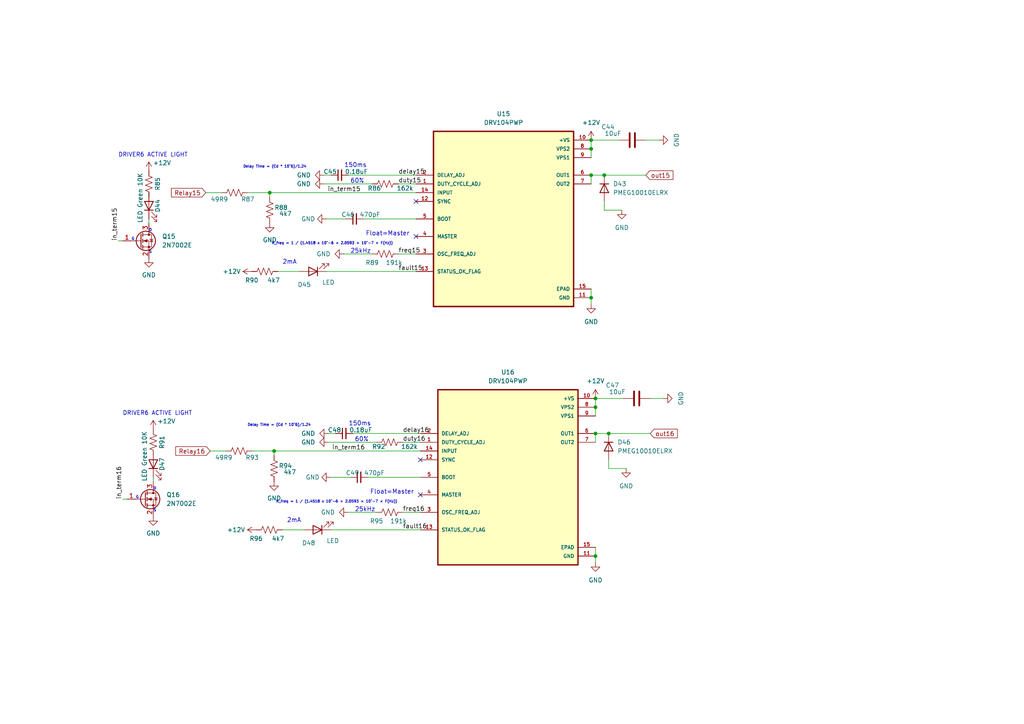
<source format=kicad_sch>
(kicad_sch (version 20231120) (generator "eeschema") (generator_version "8.0")
  (paper "A4")
  (title_block (title "16 Channel PWM Solenoid Driver - USB") (date "2024-06-12") (rev "3"))
  (lib_symbols
    (symbol "DRV104PWP:DRV104PWP" (pin_names (offset 1.016))
      (property "Reference" "U" (at -20.32 26.4 0))
      (property "Value" "DRV104PWP" (at -20.32 -29.4 0))
      (symbol "DRV104PWP_0_0"
        (rectangle (start -20.32 -25.4) (end 20.32 25.4) (stroke (width 0.41)) (fill (type background)))
        (pin input line (at -25.4 10.16 0) (length 5.08) (name "DUTY_CYCLE_ADJ") (number "1"))
        (pin power_in line (at 25.4 22.86 180) (length 5.08) (name "+VS") (number "10"))
        (pin power_in line (at 25.4 -22.86 180) (length 5.08) (name "GND") (number "11"))
        (pin input line (at -25.4 5.08 0) (length 5.08) (name "SYNC") (number "12"))
        (pin bidirectional line (at -25.4 -15.24 0) (length 5.08) (name "STATUS_OK_FLAG") (number "13"))
        (pin input line (at -25.4 7.62 0) (length 5.08) (name "INPUT") (number "14"))
        (pin power_in line (at 25.4 -20.32 180) (length 5.08) (name "EPAD") (number "15"))
        (pin input line (at -25.4 12.7 0) (length 5.08) (name "DELAY_ADJ") (number "2"))
        (pin bidirectional line (at -25.4 -10.16 0) (length 5.08) (name "OSC_FREQ_ADJ") (number "3"))
        (pin bidirectional line (at -25.4 -5.08 0) (length 5.08) (name "MASTER") (number "4"))
        (pin bidirectional line (at -25.4 0 0) (length 5.08) (name "BOOT") (number "5"))
        (pin output line (at 25.4 12.7 180) (length 5.08) (name "OUT1") (number "6"))
        (pin output line (at 25.4 10.16 180) (length 5.08) (name "OUT2") (number "7"))
        (pin power_in line (at 25.4 20.32 180) (length 5.08) (name "VPS2") (number "8"))
        (pin power_in line (at 25.4 17.78 180) (length 5.08) (name "VPS1") (number "9"))
      )
    )
    (symbol "Device:C" (pin_numbers hide) (pin_names (offset 0.254))
      (property "Reference" "C" (at 0.635 2.54 0))
      (property "Value" "C" (at 0.635 -2.54 0))
      (symbol "C_0_1"
        (polyline (pts (xy -2.032 -0.762) (xy 2.032 -0.762)) (stroke (width 0.508)))
        (polyline (pts (xy -2.032 0.762) (xy 2.032 0.762)) (stroke (width 0.508)))
      )
      (symbol "C_1_1"
        (pin passive line (at 0 3.81 270) (length 2.794) (name "~") (number "1"))
        (pin passive line (at 0 -3.81 90) (length 2.794) (name "~") (number "2"))
      )
    )
    (symbol "Device:C_Small" (pin_numbers hide) (pin_names (offset 0.254) hide)
      (property "Reference" "C" (at 0.254 1.778 0))
      (property "Value" "C_Small" (at 0.254 -2.032 0))
      (symbol "C_Small_0_1"
        (polyline (pts (xy -1.524 -0.508) (xy 1.524 -0.508)) (stroke (width 0.3302)))
        (polyline (pts (xy -1.524 0.508) (xy 1.524 0.508)) (stroke (width 0.3048)))
      )
      (symbol "C_Small_1_1"
        (pin passive line (at 0 2.54 270) (length 2.032) (name "~") (number "1"))
        (pin passive line (at 0 -2.54 90) (length 2.032) (name "~") (number "2"))
      )
    )
    (symbol "Device:D" (pin_numbers hide) (pin_names (offset 1.016) hide)
      (property "Reference" "D" (at 0 2.54 0))
      (property "Value" "D" (at 0 -2.54 0))
      (symbol "D_0_1"
        (polyline (pts (xy -1.27 1.27) (xy -1.27 -1.27)) (stroke (width 0.254)))
        (polyline (pts (xy 1.27 0) (xy -1.27 0)))
        (polyline (pts (xy 1.27 1.27) (xy 1.27 -1.27) (xy -1.27 0) (xy 1.27 1.27)) (stroke (width 0.254)))
      )
      (symbol "D_1_1"
        (pin passive line (at -3.81 0 0) (length 2.54) (name "K") (number "1"))
        (pin passive line (at 3.81 0 180) (length 2.54) (name "A") (number "2"))
      )
    )
    (symbol "Device:LED" (pin_numbers hide) (pin_names (offset 1.016) hide)
      (property "Reference" "D" (at 0 2.54 0))
      (property "Value" "LED" (at 0 -2.54 0))
      (symbol "LED_0_1"
        (polyline (pts (xy -1.27 -1.27) (xy -1.27 1.27)) (stroke (width 0.254)))
        (polyline (pts (xy -1.27 0) (xy 1.27 0)))
        (polyline (pts (xy 1.27 -1.27) (xy 1.27 1.27) (xy -1.27 0) (xy 1.27 -1.27)) (stroke (width 0.254)))
        (polyline (pts (xy -3.048 -0.762) (xy -4.572 -2.286) (xy -3.81 -2.286) (xy -4.572 -2.286) (xy -4.572 -1.524)))
        (polyline (pts (xy -1.778 -0.762) (xy -3.302 -2.286) (xy -2.54 -2.286) (xy -3.302 -2.286) (xy -3.302 -1.524)))
      )
      (symbol "LED_1_1"
        (pin passive line (at -3.81 0 0) (length 2.54) (name "K") (number "1"))
        (pin passive line (at 3.81 0 180) (length 2.54) (name "A") (number "2"))
      )
    )
    (symbol "Device:R_US" (pin_numbers hide) (pin_names (offset 0))
      (property "Reference" "R" (at 2.54 0 90))
      (property "Value" "R_US" (at -2.54 0 90))
      (symbol "R_US_0_1"
        (polyline (pts (xy 0 -2.286) (xy 0 -2.54)))
        (polyline (pts (xy 0 2.286) (xy 0 2.54)))
        (polyline (pts (xy 0 -0.762) (xy 1.016 -1.143) (xy 0 -1.524) (xy -1.016 -1.905) (xy 0 -2.286)))
        (polyline (pts (xy 0 0.762) (xy 1.016 0.381) (xy 0 0) (xy -1.016 -0.381) (xy 0 -0.762)))
        (polyline (pts (xy 0 2.286) (xy 1.016 1.905) (xy 0 1.524) (xy -1.016 1.143) (xy 0 0.762)))
      )
      (symbol "R_US_1_1"
        (pin passive line (at 0 3.81 270) (length 1.27) (name "~") (number "1"))
        (pin passive line (at 0 -3.81 90) (length 1.27) (name "~") (number "2"))
      )
    )
    (symbol "Transistor_FET:2N7002E" (pin_names hide)
      (property "Reference" "Q" (at 5.08 1.905 0))
      (property "Value" "2N7002E" (at 5.08 0 0))
      (symbol "2N7002E_0_1"
        (polyline (pts (xy 0.254 0) (xy -2.54 0)))
        (polyline (pts (xy 0.254 1.905) (xy 0.254 -1.905)) (stroke (width 0.254)))
        (polyline (pts (xy 0.762 -1.27) (xy 0.762 -2.286)) (stroke (width 0.254)))
        (polyline (pts (xy 0.762 0.508) (xy 0.762 -0.508)) (stroke (width 0.254)))
        (polyline (pts (xy 0.762 2.286) (xy 0.762 1.27)) (stroke (width 0.254)))
        (polyline (pts (xy 2.54 2.54) (xy 2.54 1.778)))
        (polyline (pts (xy 2.54 -2.54) (xy 2.54 0) (xy 0.762 0)))
        (polyline (pts (xy 0.762 -1.778) (xy 3.302 -1.778) (xy 3.302 1.778) (xy 0.762 1.778)))
        (polyline (pts (xy 1.016 0) (xy 2.032 0.381) (xy 2.032 -0.381) (xy 1.016 0)) (fill (type outline)))
        (polyline (pts (xy 2.794 0.508) (xy 2.921 0.381) (xy 3.683 0.381) (xy 3.81 0.254)))
        (polyline (pts (xy 3.302 0.381) (xy 2.921 -0.254) (xy 3.683 -0.254) (xy 3.302 0.381)))
        (circle (center 1.651 0) (radius 2.794) (stroke (width 0.254)))
        (circle (center 2.54 -1.778) (radius 0.254) (fill (type outline)))
        (circle (center 2.54 1.778) (radius 0.254) (fill (type outline)))
      )
      (symbol "2N7002E_1_1"
        (pin input line (at -5.08 0 0) (length 2.54) (name "G") (number "1"))
        (pin passive line (at 2.54 -5.08 90) (length 2.54) (name "S") (number "2"))
        (pin passive line (at 2.54 5.08 270) (length 2.54) (name "D") (number "3"))
      )
    )
    (symbol "power:+12V" (power) (pin_names (offset 0))
      (property "Value" "+12V" (at 0 3.556 0))
      (symbol "+12V_0_1"
        (polyline (pts (xy -0.762 1.27) (xy 0 2.54)))
        (polyline (pts (xy 0 0) (xy 0 2.54)))
        (polyline (pts (xy 0 2.54) (xy 0.762 1.27)))
      )
      (symbol "+12V_1_1"
        (pin power_in line (at 0 0 90) (length 0) hide (name "+12V") (number "1"))
      )
    )
    (symbol "power:GND" (power) (pin_names (offset 0))
      (property "Value" "GND" (at 0 -3.81 0))
      (symbol "GND_0_1"
        (polyline (pts (xy 0 0) (xy 0 -1.27) (xy 1.27 -1.27) (xy 0 -2.54) (xy -1.27 -1.27) (xy 0 -1.27)))
      )
      (symbol "GND_1_1"
        (pin power_in line (at 0 0 270) (length 0) hide (name "GND") (number "1"))
      )
    )
  )
  (junction (at 172.72 115.57))
  (junction (at 171.45 43.18))
  (junction (at 171.45 40.64))
  (junction (at 78.232 55.88))
  (junction (at 172.72 125.73))
  (junction (at 172.72 161.29))
  (junction (at 171.45 50.8))
  (junction (at 176.53 125.73))
  (junction (at 79.502 130.81))
  (junction (at 175.26 50.8))
  (junction (at 172.72 118.11))
  (junction (at 171.45 86.36))
  (no_connect (at 120.65 68.58))
  (no_connect (at 121.92 143.51))
  (no_connect (at 120.65 58.42))
  (no_connect (at 121.92 133.35))
  (wire (pts (xy 60.96 130.81) (xy 65.532 130.81)))
  (wire (pts (xy 59.69 55.88) (xy 64.262 55.88)))
  (wire (pts (xy 172.72 125.73) (xy 172.72 128.27)))
  (wire (pts (xy 171.45 50.8) (xy 171.45 53.34)))
  (wire (pts (xy 79.502 130.81) (xy 79.502 132.08)))
  (wire (pts (xy 44.45 138.43) (xy 44.45 139.7)))
  (wire (pts (xy 172.72 125.73) (xy 176.53 125.73)))
  (wire (pts (xy 171.45 50.8) (xy 175.26 50.8)))
  (wire (pts (xy 78.232 55.88) (xy 120.65 55.88)))
  (wire (pts (xy 115.57 53.34) (xy 120.65 53.34)))
  (wire (pts (xy 71.882 55.88) (xy 78.232 55.88)))
  (wire (pts (xy 176.53 135.89) (xy 176.53 133.35)))
  (wire (pts (xy 179.578 40.64) (xy 171.45 40.64)))
  (wire (pts (xy 96.012 50.8) (xy 93.98 50.8)))
  (wire (pts (xy 106.68 138.43) (xy 121.92 138.43)))
  (wire (pts (xy 102.362 125.73) (xy 121.92 125.73)))
  (wire (pts (xy 171.45 83.82) (xy 171.45 86.36)))
  (wire (pts (xy 172.72 115.57) (xy 172.72 118.11)))
  (wire (pts (xy 99.695 73.66) (xy 107.95 73.66)))
  (wire (pts (xy 181.61 135.89) (xy 176.53 135.89)))
  (wire (pts (xy 94.615 78.74) (xy 120.65 78.74)))
  (wire (pts (xy 116.84 128.27) (xy 121.92 128.27)))
  (wire (pts (xy 73.152 130.81) (xy 79.502 130.81)))
  (wire (pts (xy 100.965 148.59) (xy 109.22 148.59)))
  (wire (pts (xy 172.72 161.29) (xy 172.72 163.195)))
  (wire (pts (xy 35.56 144.78) (xy 36.83 144.78)))
  (wire (pts (xy 171.45 43.18) (xy 171.45 45.72)))
  (wire (pts (xy 43.18 63.5) (xy 43.18 64.77)))
  (wire (pts (xy 93.98 53.34) (xy 107.95 53.34)))
  (wire (pts (xy 105.41 63.5) (xy 120.65 63.5)))
  (wire (pts (xy 172.72 118.11) (xy 172.72 120.65)))
  (wire (pts (xy 101.6 138.43) (xy 95.885 138.43)))
  (wire (pts (xy 188.468 115.57) (xy 192.405 115.57)))
  (wire (pts (xy 100.33 63.5) (xy 94.615 63.5)))
  (wire (pts (xy 34.29 69.85) (xy 35.56 69.85)))
  (wire (pts (xy 79.502 130.81) (xy 121.92 130.81)))
  (wire (pts (xy 81.915 153.67) (xy 88.265 153.67)))
  (wire (pts (xy 171.45 86.36) (xy 171.45 88.265)))
  (wire (pts (xy 171.45 40.64) (xy 171.45 43.18)))
  (wire (pts (xy 101.092 50.8) (xy 120.65 50.8)))
  (wire (pts (xy 43.18 57.15) (xy 43.18 55.88)))
  (wire (pts (xy 175.26 60.96) (xy 175.26 58.42)))
  (wire (pts (xy 80.645 78.74) (xy 86.995 78.74)))
  (wire (pts (xy 116.84 148.59) (xy 121.92 148.59)))
  (wire (pts (xy 176.53 125.73) (xy 188.595 125.73)))
  (wire (pts (xy 175.26 50.8) (xy 187.325 50.8)))
  (wire (pts (xy 97.282 125.73) (xy 95.25 125.73)))
  (wire (pts (xy 115.57 73.66) (xy 120.65 73.66)))
  (wire (pts (xy 180.34 60.96) (xy 175.26 60.96)))
  (wire (pts (xy 180.848 115.57) (xy 172.72 115.57)))
  (wire (pts (xy 95.25 128.27) (xy 109.22 128.27)))
  (wire (pts (xy 187.198 40.64) (xy 191.135 40.64)))
  (wire (pts (xy 95.885 153.67) (xy 121.92 153.67)))
  (wire (pts (xy 172.72 158.75) (xy 172.72 161.29)))
  (wire (pts (xy 44.45 132.08) (xy 44.45 130.81)))
  (wire (pts (xy 78.232 55.88) (xy 78.232 57.15)))
  (text "R_freq = 1 / (1.4518 x 10^−6 + 2.0593 × 10^−7 × F(Hz))" (at 80.01 146.05 0) (effects (font (size 0.75 0.75)) (justify left bottom)))
  (text "60%" (at 102.87 128.27 0) (effects (font (size 1.27 1.27)) (justify left bottom)))
  (text "DRIVER6 ACTIVE LIGHT" (at 34.29 45.72 0) (effects (font (size 1.2 1.2)) (justify left bottom)))
  (text "G" (at 38.1 69.85 0) (effects (font (size 0.75 0.75)) (justify left bottom)))
  (text "DRIVER6 ACTIVE LIGHT" (at 35.56 120.65 0) (effects (font (size 1.2 1.2)) (justify left bottom)))
  (text "Delay Time = (Cd * 10^6)/1.24" (at 71.755 123.825 0) (effects (font (size 0.75 0.75)) (justify left bottom)))
  (text "150ms" (at 101.092 123.698 0) (effects (font (size 1.27 1.27)) (justify left bottom)))
  (text "Float=Master" (at 107.315 143.51 0) (effects (font (size 1.27 1.27)) (justify left bottom)))
  (text "R_freq = 1 / (1.4518 x 10^−6 + 2.0593 × 10^−7 × F(Hz))" (at 78.74 71.12 0) (effects (font (size 0.75 0.75)) (justify left bottom)))
  (text "Delay Time = (Cd * 10^6)/1.24" (at 70.485 48.895 0) (effects (font (size 0.75 0.75)) (justify left bottom)))
  (text "D" (at 44.45 142.24 0) (effects (font (size 0.75 0.75)) (justify left bottom)))
  (text "60%" (at 101.6 53.34 0) (effects (font (size 1.27 1.27)) (justify left bottom)))
  (text "S" (at 44.45 148.59 0) (effects (font (size 0.75 0.75)) (justify left bottom)))
  (text "G" (at 39.37 144.78 0) (effects (font (size 0.75 0.75)) (justify left bottom)))
  (text "25kHz" (at 101.6 73.66 0) (effects (font (size 1.27 1.27)) (justify left bottom)))
  (text "25kHz" (at 102.87 148.59 0) (effects (font (size 1.27 1.27)) (justify left bottom)))
  (text "S" (at 43.18 73.66 0) (effects (font (size 0.75 0.75)) (justify left bottom)))
  (text "2mA" (at 81.915 76.835 0) (effects (font (size 1.27 1.27)) (justify left bottom)))
  (text "150ms" (at 99.822 48.768 0) (effects (font (size 1.27 1.27)) (justify left bottom)))
  (text "Float=Master" (at 106.045 68.58 0) (effects (font (size 1.27 1.27)) (justify left bottom)))
  (text "D" (at 43.18 67.31 0) (effects (font (size 0.75 0.75)) (justify left bottom)))
  (text "2mA" (at 83.185 151.765 0) (effects (font (size 1.27 1.27)) (justify left bottom)))
  (label "duty15" (at 115.57 53.34 0))
  (label "fault16" (at 116.84 153.67 0))
  (label "delay16" (at 116.84 125.73 0))
  (label "freq16" (at 116.84 148.59 0))
  (label "in_term16" (at 96.266 130.81 0))
  (label "delay15" (at 115.57 50.8 0))
  (label "in_term16" (at 35.56 144.78 90))
  (label "freq15" (at 115.57 73.66 0))
  (label "fault15" (at 115.57 78.74 0))
  (label "duty16" (at 116.84 128.27 0))
  (label "in_term15" (at 94.996 55.88 0))
  (label "in_term15" (at 34.29 69.85 90))
  (global_label "out15" (shape input) (at 187.325 50.8 0) (property "Intersheetrefs" "${INTERSHEET_REFS}" (effects (hide yes))))
  (global_label "Relay16" (shape input) (at 60.96 130.81 180) (property "Intersheetrefs" "${INTERSHEET_REFS}" (effects (hide yes))))
  (global_label "Relay15" (shape input) (at 59.69 55.88 180) (property "Intersheetrefs" "${INTERSHEET_REFS}" (effects (hide yes))))
  (global_label "out16" (shape input) (at 188.595 125.73 0) (property "Intersheetrefs" "${INTERSHEET_REFS}" (effects (hide yes))))
  (symbol (lib_id "power:GND") (at 172.72 163.195 0) (unit 1)
    (property "Reference" "#PWR0195" (effects (hide yes)))
    (property "Value" "GND" (at 172.72 168.275 0))
  )
  (symbol (lib_id "power:GND") (at 93.98 50.8 270) (unit 1)
    (property "Reference" "#PWR0175" (effects (hide yes)))
    (property "Value" "GND" (at 90.17 50.8 90) (effects (justify right)))
  )
  (symbol (lib_id "power:GND") (at 95.885 138.43 270) (unit 1)
    (property "Reference" "#PWR0190" (effects (hide yes)))
    (property "Value" "GND" (at 92.71 138.43 90) (effects (justify right)))
  )
  (symbol (lib_id "Device:R_US") (at 68.072 55.88 90) (unit 1)
    (property "Reference" "R87" (at 71.882 57.785 90))
    (property "Value" "49R9" (at 63.627 57.785 90))
    (property "Footprint" "Resistor_SMD:R_1206_3216Metric" (effects (hide yes)))
    (property "PartNum" "RC0805FR-0749R9L" (effects (hide yes)))
    (property "Mfg" "Yageo" (effects (hide yes)))
  )
  (symbol (lib_id "Device:R_US") (at 79.502 135.89 180) (unit 1)
    (property "Reference" "R94" (at 82.804 135.128 0))
    (property "Value" "4k7" (at 84.074 136.906 0))
    (property "Footprint" "Resistor_SMD:R_1206_3216Metric" (effects (hide yes)))
    (property "PartNum" "RC0805JR-074K7L" (effects (hide yes)))
    (property "Mfg" "Yageo" (effects (hide yes)))
  )
  (symbol (lib_id "Device:R_US") (at 78.232 60.96 180) (unit 1)
    (property "Reference" "R88" (at 81.534 60.198 0))
    (property "Value" "4k7" (at 82.804 61.976 0))
    (property "Footprint" "Resistor_SMD:R_1206_3216Metric" (effects (hide yes)))
    (property "PartNum" "RC0805JR-074K7L" (effects (hide yes)))
    (property "Mfg" "Yageo" (effects (hide yes)))
  )
  (symbol (lib_id "DRV104PWP:DRV104PWP") (at 147.32 138.43 0) (unit 1)
    (property "Reference" "U16" (at 147.32 107.95 0))
    (property "Value" "DRV104PWP" (at 147.32 110.49 0))
    (property "Footprint" "Solenoid_Driver:IC_TPS27S100BPWPR" (effects (hide yes)))
    (property "PartNum" "DRV104PWP" (effects (hide yes)))
    (property "Mfg" "TI" (effects (hide yes)))
  )
  (symbol (lib_id "DRV104PWP:DRV104PWP") (at 146.05 63.5 0) (unit 1)
    (property "Reference" "U15" (at 146.05 33.02 0))
    (property "Value" "DRV104PWP" (at 146.05 35.56 0))
    (property "Footprint" "Solenoid_Driver:IC_TPS27S100BPWPR" (effects (hide yes)))
    (property "PartNum" "DRV104PWP" (effects (hide yes)))
    (property "Mfg" "TI" (effects (hide yes)))
  )
  (symbol (lib_id "power:GND") (at 44.45 149.86 0) (unit 1)
    (property "Reference" "#PWR0193" (effects (hide yes)))
    (property "Value" "GND" (at 44.45 154.686 0))
  )
  (symbol (lib_id "power:GND") (at 100.965 148.59 270) (unit 1)
    (property "Reference" "#PWR0192" (effects (hide yes)))
    (property "Value" "GND" (at 97.155 148.59 90) (effects (justify right)))
  )
  (symbol (lib_id "power:GND") (at 93.98 53.34 270) (unit 1)
    (property "Reference" "#PWR0176" (effects (hide yes)))
    (property "Value" "GND" (at 90.17 53.34 90) (effects (justify right)))
  )
  (symbol (lib_id "Device:R_US") (at 44.45 128.27 0) (unit 1)
    (property "Reference" "R91" (at 46.99 128.27 90))
    (property "Value" "10K" (at 41.91 127 90))
    (property "Footprint" "Resistor_SMD:R_1206_3216Metric" (effects (hide yes)))
    (property "PartNum" "RC0805FR-07162KL" (effects (hide yes)))
    (property "Mfg" "Yageo" (effects (hide yes)))
  )
  (symbol (lib_id "Device:R_US") (at 113.03 148.59 90) (unit 1)
    (property "Reference" "R95" (at 109.22 151.13 90))
    (property "Value" "191k" (at 115.57 151.13 90))
    (property "Footprint" "Resistor_SMD:R_1206_3216Metric" (effects (hide yes)))
    (property "PartNum" "RC0805FR-07191KL" (effects (hide yes)))
    (property "Mfg" "Yageo" (effects (hide yes)))
  )
  (symbol (lib_id "power:+12V") (at 172.72 115.57 0) (unit 1)
    (property "Reference" "#PWR0184" (effects (hide yes)))
    (property "Value" "+12V" (at 172.72 110.49 0))
  )
  (symbol (lib_id "power:GND") (at 180.34 60.96 0) (unit 1)
    (property "Reference" "#PWR0177" (effects (hide yes)))
    (property "Value" "GND" (at 180.34 66.04 0))
  )
  (symbol (lib_id "power:GND") (at 95.25 128.27 270) (unit 1)
    (property "Reference" "#PWR0188" (effects (hide yes)))
    (property "Value" "GND" (at 91.44 128.27 90) (effects (justify right)))
  )
  (symbol (lib_id "Device:LED") (at 92.075 153.67 180) (unit 1)
    (property "Reference" "D48" (at 89.535 157.48 0))
    (property "Value" "LED" (at 96.52 156.845 0))
    (property "Footprint" "LED_SMD:LED_0805_2012Metric" (effects (hide yes)))
    (property "PartNum" "150080RS75000" (effects (hide yes)))
    (property "Mfg" "Wurth" (effects (hide yes)))
  )
  (symbol (lib_id "power:GND") (at 94.615 63.5 270) (unit 1)
    (property "Reference" "#PWR0178" (effects (hide yes)))
    (property "Value" "GND" (at 91.44 63.5 90) (effects (justify right)))
  )
  (symbol (lib_id "Transistor_FET:2N7002E") (at 41.91 144.78 0) (unit 1)
    (property "Reference" "Q16" (at 48.26 143.5099 0) (effects (justify left)))
    (property "Value" "2N7002E" (at 48.26 146.0499 0) (effects (justify left)))
    (property "Footprint" "Package_TO_SOT_SMD:SOT-23" (effects (hide yes)))
    (property "Datasheet" "http://www.diodes.com/assets/Datasheets/ds30376.pdf" (effects (hide yes)))
  )
  (symbol (lib_id "Device:R_US") (at 111.76 73.66 90) (unit 1)
    (property "Reference" "R89" (at 107.95 76.2 90))
    (property "Value" "191k" (at 114.3 76.2 90))
    (property "Footprint" "Resistor_SMD:R_1206_3216Metric" (effects (hide yes)))
    (property "PartNum" "RC0805FR-07191KL" (effects (hide yes)))
    (property "Mfg" "Yageo" (effects (hide yes)))
  )
  (symbol (lib_id "power:+12V") (at 43.18 49.53 0) (unit 1)
    (property "Reference" "#PWR0174" (effects (hide yes)))
    (property "Value" "+12V" (at 46.99 47.244 0))
  )
  (symbol (lib_id "Device:C_Small") (at 99.822 125.73 90) (unit 1)
    (property "Reference" "C48" (at 97.028 124.714 90))
    (property "Value" "0.18uF" (at 104.648 124.714 90))
    (property "Footprint" "Capacitor_SMD:C_1206_3216Metric" (effects (hide yes)))
    (property "PartNum" "08053C184KAT2A" (effects (hide yes)))
    (property "Mfg" "KYOCERA AVX" (effects (hide yes)))
  )
  (symbol (lib_id "Device:C_Small") (at 98.552 50.8 90) (unit 1)
    (property "Reference" "C45" (at 95.758 49.784 90))
    (property "Value" "0.18uF" (at 103.378 49.784 90))
    (property "Footprint" "Capacitor_SMD:C_1206_3216Metric" (effects (hide yes)))
    (property "PartNum" "08053C184KAT2A" (effects (hide yes)))
    (property "Mfg" "KYOCERA AVX" (effects (hide yes)))
  )
  (symbol (lib_id "Device:D") (at 176.53 129.54 270) (unit 1)
    (property "Reference" "D46" (at 179.07 128.27 90) (effects (justify left)))
    (property "Value" "PMEG10010ELRX" (at 179.07 130.81 90) (effects (justify left)))
    (property "Footprint" "Diode_SMD:Nexperia_CFP3_SOD-123W" (effects (hide yes)))
    (property "Sim.Device" "D" (effects (hide yes)))
    (property "Sim.Pins" "1=K 2=A" (effects (hide yes)))
    (property "PartNum" "PMEG10010ELRX" (effects (hide yes)))
    (property "Mfg" "Nexperia" (effects (hide yes)))
  )
  (symbol (lib_id "power:GND") (at 43.18 74.93 0) (unit 1)
    (property "Reference" "#PWR0181" (effects (hide yes)))
    (property "Value" "GND" (at 43.18 79.756 0))
  )
  (symbol (lib_id "Device:R_US") (at 113.03 128.27 90) (unit 1)
    (property "Reference" "R92" (at 109.855 129.54 90))
    (property "Value" "162k" (at 118.745 129.54 90))
    (property "Footprint" "Resistor_SMD:R_1206_3216Metric" (effects (hide yes)))
    (property "PartNum" "RC0805FR-07162KL" (effects (hide yes)))
    (property "Mfg" "Yageo" (effects (hide yes)))
  )
  (symbol (lib_id "Device:R_US") (at 43.18 53.34 0) (unit 1)
    (property "Reference" "R85" (at 45.72 53.34 90))
    (property "Value" "10K" (at 40.64 52.07 90))
    (property "Footprint" "Resistor_SMD:R_1206_3216Metric" (effects (hide yes)))
    (property "PartNum" "RC0805FR-07162KL" (effects (hide yes)))
    (property "Mfg" "Yageo" (effects (hide yes)))
  )
  (symbol (lib_id "Device:LED") (at 43.18 59.69 90) (unit 1)
    (property "Reference" "D44" (at 45.72 59.69 0))
    (property "Value" "LED Green" (at 40.64 59.69 0))
    (property "Footprint" "LED_SMD:LED_0805_2012Metric" (effects (hide yes)))
    (property "PartNum" "150080RS75000" (effects (hide yes)))
    (property "Mfg" "Wurth" (effects (hide yes)))
  )
  (symbol (lib_id "Device:R_US") (at 76.835 78.74 90) (unit 1)
    (property "Reference" "R90" (at 73.025 81.28 90))
    (property "Value" "4k7" (at 79.375 81.28 90))
    (property "Footprint" "Resistor_SMD:R_1206_3216Metric" (effects (hide yes)))
    (property "PartNum" "RC0805JR-074K7L" (effects (hide yes)))
    (property "Mfg" "Yageo" (effects (hide yes)))
  )
  (symbol (lib_id "Device:R_US") (at 111.76 53.34 90) (unit 1)
    (property "Reference" "R86" (at 108.585 54.61 90))
    (property "Value" "162k" (at 117.475 54.61 90))
    (property "Footprint" "Resistor_SMD:R_1206_3216Metric" (effects (hide yes)))
    (property "PartNum" "RC0805FR-07162KL" (effects (hide yes)))
    (property "Mfg" "Yageo" (effects (hide yes)))
  )
  (symbol (lib_id "Transistor_FET:2N7002E") (at 40.64 69.85 0) (unit 1)
    (property "Reference" "Q15" (at 46.99 68.5799 0) (effects (justify left)))
    (property "Value" "2N7002E" (at 46.99 71.1199 0) (effects (justify left)))
    (property "Footprint" "Package_TO_SOT_SMD:SOT-23" (effects (hide yes)))
    (property "Datasheet" "http://www.diodes.com/assets/Datasheets/ds30376.pdf" (effects (hide yes)))
  )
  (symbol (lib_id "power:GND") (at 181.61 135.89 0) (unit 1)
    (property "Reference" "#PWR0189" (effects (hide yes)))
    (property "Value" "GND" (at 181.61 140.97 0))
  )
  (symbol (lib_id "Device:C_Small") (at 102.87 63.5 90) (unit 1)
    (property "Reference" "C46" (at 100.965 62.23 90))
    (property "Value" "470pF" (at 107.315 62.23 90))
    (property "Footprint" "Capacitor_SMD:C_1206_3216Metric" (effects (hide yes)))
    (property "PartNum" "C0805C471K5RAC7800" (effects (hide yes)))
    (property "Mfg" "Kemet" (effects (hide yes)))
  )
  (symbol (lib_id "power:+12V") (at 73.025 78.74 90) (unit 1)
    (property "Reference" "#PWR0182" (effects (hide yes)))
    (property "Value" "+12V" (at 69.85 78.74 90) (effects (justify left)))
  )
  (symbol (lib_id "Device:D") (at 175.26 54.61 270) (unit 1)
    (property "Reference" "D43" (at 177.8 53.34 90) (effects (justify left)))
    (property "Value" "PMEG10010ELRX" (at 177.8 55.88 90) (effects (justify left)))
    (property "Footprint" "Diode_SMD:Nexperia_CFP3_SOD-123W" (effects (hide yes)))
    (property "Sim.Device" "D" (effects (hide yes)))
    (property "Sim.Pins" "1=K 2=A" (effects (hide yes)))
    (property "PartNum" "PMEG10010ELRX" (effects (hide yes)))
    (property "Mfg" "Nexperia" (effects (hide yes)))
  )
  (symbol (lib_id "power:GND") (at 79.502 139.7 0) (unit 1)
    (property "Reference" "#PWR0191" (effects (hide yes)))
    (property "Value" "GND" (at 79.502 144.526 0))
  )
  (symbol (lib_id "Device:C") (at 183.388 40.64 90) (unit 1)
    (property "Reference" "C44" (at 178.308 36.83 90) (effects (justify left)))
    (property "Value" "10uF" (at 180.213 38.735 90) (effects (justify left)))
    (property "Footprint" "Capacitor_SMD:C_1210_3225Metric" (effects (hide yes)))
    (property "PartNum" "CL32A106KLULNNE" (effects (hide yes)))
    (property "Mfg" "Samsung Electro-Mechanics" (effects (hide yes)))
  )
  (symbol (lib_id "power:GND") (at 191.135 40.64 90) (unit 1)
    (property "Reference" "#PWR0173" (effects (hide yes)))
    (property "Value" "GND" (at 196.215 40.64 0))
  )
  (symbol (lib_id "power:GND") (at 99.695 73.66 270) (unit 1)
    (property "Reference" "#PWR0180" (effects (hide yes)))
    (property "Value" "GND" (at 95.885 73.66 90) (effects (justify right)))
  )
  (symbol (lib_id "power:GND") (at 171.45 88.265 0) (unit 1)
    (property "Reference" "#PWR0183" (effects (hide yes)))
    (property "Value" "GND" (at 171.45 93.345 0))
  )
  (symbol (lib_id "Device:LED") (at 44.45 134.62 90) (unit 1)
    (property "Reference" "D47" (at 46.99 134.62 0))
    (property "Value" "LED Green" (at 41.91 134.62 0))
    (property "Footprint" "LED_SMD:LED_0805_2012Metric" (effects (hide yes)))
    (property "PartNum" "150080RS75000" (effects (hide yes)))
    (property "Mfg" "Wurth" (effects (hide yes)))
  )
  (symbol (lib_id "power:GND") (at 192.405 115.57 90) (unit 1)
    (property "Reference" "#PWR0185" (effects (hide yes)))
    (property "Value" "GND" (at 197.485 115.57 0))
  )
  (symbol (lib_id "Device:R_US") (at 69.342 130.81 90) (unit 1)
    (property "Reference" "R93" (at 73.152 132.715 90))
    (property "Value" "49R9" (at 64.897 132.715 90))
    (property "Footprint" "Resistor_SMD:R_1206_3216Metric" (effects (hide yes)))
    (property "PartNum" "RC0805FR-0749R9L" (effects (hide yes)))
    (property "Mfg" "Yageo" (effects (hide yes)))
  )
  (symbol (lib_id "Device:LED") (at 90.805 78.74 180) (unit 1)
    (property "Reference" "D45" (at 88.265 82.55 0))
    (property "Value" "LED" (at 95.25 81.915 0))
    (property "Footprint" "LED_SMD:LED_0805_2012Metric" (effects (hide yes)))
    (property "PartNum" "150080RS75000" (effects (hide yes)))
    (property "Mfg" "Wurth" (effects (hide yes)))
  )
  (symbol (lib_id "power:+12V") (at 171.45 40.64 0) (unit 1)
    (property "Reference" "#PWR0172" (effects (hide yes)))
    (property "Value" "+12V" (at 171.45 35.56 0))
  )
  (symbol (lib_id "power:GND") (at 78.232 64.77 0) (unit 1)
    (property "Reference" "#PWR0179" (effects (hide yes)))
    (property "Value" "GND" (at 78.232 69.596 0))
  )
  (symbol (lib_id "Device:R_US") (at 78.105 153.67 90) (unit 1)
    (property "Reference" "R96" (at 74.295 156.21 90))
    (property "Value" "4k7" (at 80.645 156.21 90))
    (property "Footprint" "Resistor_SMD:R_1206_3216Metric" (effects (hide yes)))
    (property "PartNum" "RC0805JR-074K7L" (effects (hide yes)))
    (property "Mfg" "Yageo" (effects (hide yes)))
  )
  (symbol (lib_id "power:+12V") (at 44.45 124.46 0) (unit 1)
    (property "Reference" "#PWR0186" (effects (hide yes)))
    (property "Value" "+12V" (at 48.26 122.174 0))
  )
  (symbol (lib_id "power:+12V") (at 74.295 153.67 90) (unit 1)
    (property "Reference" "#PWR0194" (effects (hide yes)))
    (property "Value" "+12V" (at 71.12 153.67 90) (effects (justify left)))
  )
  (symbol (lib_id "Device:C_Small") (at 104.14 138.43 90) (unit 1)
    (property "Reference" "C49" (at 102.235 137.16 90))
    (property "Value" "470pF" (at 108.585 137.16 90))
    (property "Footprint" "Capacitor_SMD:C_1206_3216Metric" (effects (hide yes)))
    (property "PartNum" "C0805C471K5RAC7800" (effects (hide yes)))
    (property "Mfg" "Kemet" (effects (hide yes)))
  )
  (symbol (lib_id "power:GND") (at 95.25 125.73 270) (unit 1)
    (property "Reference" "#PWR0187" (effects (hide yes)))
    (property "Value" "GND" (at 91.44 125.73 90) (effects (justify right)))
  )
  (symbol (lib_id "Device:C") (at 184.658 115.57 90) (unit 1)
    (property "Reference" "C47" (at 179.578 111.76 90) (effects (justify left)))
    (property "Value" "10uF" (at 181.483 113.665 90) (effects (justify left)))
    (property "Footprint" "Capacitor_SMD:C_1210_3225Metric" (effects (hide yes)))
    (property "PartNum" "CL32A106KLULNNE" (effects (hide yes)))
    (property "Mfg" "Samsung Electro-Mechanics" (effects (hide yes)))
  )
)
</source>
